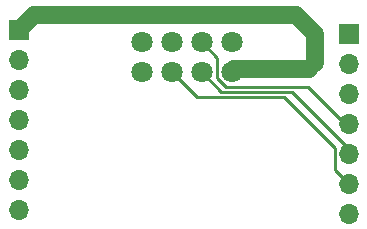
<source format=gbr>
%TF.GenerationSoftware,KiCad,Pcbnew,6.0.5-a6ca702e91~116~ubuntu20.04.1*%
%TF.CreationDate,2022-05-08T08:36:28-05:00*%
%TF.ProjectId,nRF24L01_shield_v001,6e524632-344c-4303-915f-736869656c64,rev?*%
%TF.SameCoordinates,Original*%
%TF.FileFunction,Copper,L2,Bot*%
%TF.FilePolarity,Positive*%
%FSLAX46Y46*%
G04 Gerber Fmt 4.6, Leading zero omitted, Abs format (unit mm)*
G04 Created by KiCad (PCBNEW 6.0.5-a6ca702e91~116~ubuntu20.04.1) date 2022-05-08 08:36:28*
%MOMM*%
%LPD*%
G01*
G04 APERTURE LIST*
%TA.AperFunction,ComponentPad*%
%ADD10C,1.800000*%
%TD*%
%TA.AperFunction,ComponentPad*%
%ADD11R,1.700000X1.700000*%
%TD*%
%TA.AperFunction,ComponentPad*%
%ADD12O,1.700000X1.700000*%
%TD*%
%TA.AperFunction,Conductor*%
%ADD13C,0.250000*%
%TD*%
%TA.AperFunction,Conductor*%
%ADD14C,1.500000*%
%TD*%
G04 APERTURE END LIST*
D10*
%TO.P,U1,1,GND*%
%TO.N,GND*%
X157710000Y-79330000D03*
%TO.P,U1,2,CE*%
%TO.N,D9*%
X155170000Y-79330000D03*
%TO.P,U1,3,SCK*%
%TO.N,D13{slash}SCK*%
X152630000Y-79330000D03*
%TO.P,U1,4,MISO*%
%TO.N,D12{slash}MISO*%
X150090000Y-79330000D03*
%TO.P,U1,5,IRQ*%
%TO.N,D2{slash}INT0*%
X150090000Y-81870000D03*
%TO.P,U1,6,MOSI*%
%TO.N,D11{slash}MOSI*%
X152630000Y-81870000D03*
%TO.P,U1,7,CSN*%
%TO.N,D10{slash}SS*%
X155170000Y-81870000D03*
%TO.P,U1,8,VCC*%
%TO.N,VCC*%
X157710000Y-81870000D03*
%TD*%
D11*
%TO.P,J1,1,Pin_1*%
%TO.N,VCC*%
X139700000Y-78300000D03*
D12*
%TO.P,J1,2,Pin_2*%
%TO.N,D4*%
X139700000Y-80840000D03*
%TO.P,J1,3,Pin_3*%
%TO.N,D3*%
X139700000Y-83380000D03*
%TO.P,J1,4,Pin_4*%
%TO.N,D13{slash}SCK*%
X139700000Y-85920000D03*
%TO.P,J1,5,Pin_5*%
%TO.N,D12{slash}MISO*%
X139700000Y-88460000D03*
%TO.P,J1,6,Pin_6*%
%TO.N,D2{slash}INT0*%
X139700000Y-91000000D03*
%TO.P,J1,7,Pin_7*%
%TO.N,A5{slash}SCL*%
X139700000Y-93540000D03*
%TD*%
D11*
%TO.P,J2,1,Pin_1*%
%TO.N,GND*%
X167640000Y-78600000D03*
D12*
%TO.P,J2,2,Pin_2*%
%TO.N,D5*%
X167640000Y-81140000D03*
%TO.P,J2,3,Pin_3*%
%TO.N,D7*%
X167640000Y-83680000D03*
%TO.P,J2,4,Pin_4*%
%TO.N,D9*%
X167640000Y-86220000D03*
%TO.P,J2,5,Pin_5*%
%TO.N,D10{slash}SS*%
X167640000Y-88760000D03*
%TO.P,J2,6,Pin_6*%
%TO.N,D11{slash}MOSI*%
X167640000Y-91300000D03*
%TO.P,J2,7,Pin_7*%
%TO.N,D6*%
X167640000Y-93840000D03*
%TD*%
D13*
%TO.N,VCC*%
X164800000Y-81100000D02*
X164262500Y-81637500D01*
D14*
X157710000Y-81870000D02*
X157942500Y-81637500D01*
X139700000Y-78300000D02*
X141000000Y-77000000D01*
X141000000Y-77000000D02*
X163200000Y-77000000D01*
X163200000Y-77000000D02*
X164800000Y-78600000D01*
X157942500Y-81637500D02*
X164262500Y-81637500D01*
X164800000Y-78600000D02*
X164800000Y-81100000D01*
D13*
%TO.N,D9*%
X157202790Y-83094511D02*
X156485489Y-82377210D01*
X167320000Y-86220000D02*
X164194511Y-83094511D01*
X156485489Y-80645489D02*
X155170000Y-79330000D01*
X167640000Y-86220000D02*
X167320000Y-86220000D01*
X156485489Y-82377210D02*
X156485489Y-80645489D01*
X164194511Y-83094511D02*
X157202790Y-83094511D01*
%TO.N,D10{slash}SS*%
X167640000Y-88340000D02*
X162844031Y-83544031D01*
X167640000Y-88760000D02*
X167640000Y-88340000D01*
X162844031Y-83544031D02*
X156844031Y-83544031D01*
X156844031Y-83544031D02*
X155170000Y-81870000D01*
%TO.N,D11{slash}MOSI*%
X167640000Y-91300000D02*
X166465489Y-90125489D01*
X166465489Y-90125489D02*
X166465489Y-88265489D01*
X154753551Y-83993551D02*
X152630000Y-81870000D01*
X162193551Y-83993551D02*
X154753551Y-83993551D01*
X166465489Y-88265489D02*
X162193551Y-83993551D01*
%TD*%
M02*

</source>
